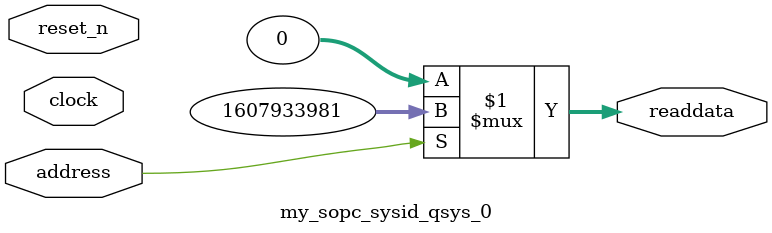
<source format=v>

`timescale 1ns / 1ps
// synthesis translate_on

// turn off superfluous verilog processor warnings 
// altera message_level Level1 
// altera message_off 10034 10035 10036 10037 10230 10240 10030 

module my_sopc_sysid_qsys_0 (
               // inputs:
                address,
                clock,
                reset_n,

               // outputs:
                readdata
             )
;

  output  [ 31: 0] readdata;
  input            address;
  input            clock;
  input            reset_n;

  wire    [ 31: 0] readdata;
  //control_slave, which is an e_avalon_slave
  assign readdata = address ? 1607933981 : 0;

endmodule




</source>
